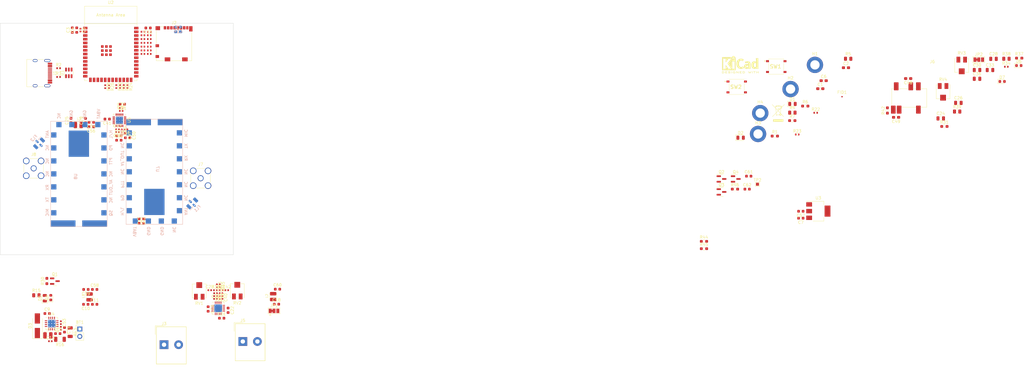
<source format=kicad_pcb>
(kicad_pcb (version 20211014) (generator pcbnew)
  (layers (0 "F.Cu" signal) (1 "In1.Cu" power) (2 "In2.Cu" power) (31 "B.Cu" signal) (34 "B.Paste" user) (35 "F.Paste" user) (36 "B.SilkS" user "B.Silkscreen") (37 "F.SilkS" user "F.Silkscreen") (38 "B.Mask" user) (39 "F.Mask" user) (44 "Edge.Cuts" user))
  (net 0 "")
  (net 1 "/ESP_EN")
  (net 2 "GND")
  (net 3 "/ESP_BOOT")
  (net 4 "+3V3")
  (net 5 "+5V")
  (net 6 "Net-(C24-Pad1)")
  (net 7 "Net-(BT1-Pad1)")
  (net 8 "Net-(C26-Pad1)")
  (net 9 "Net-(C6-Pad1)")
  (net 10 "Net-(C28-Pad1)")
  (net 11 "VBUS")
  (net 12 "/cc1")
  (net 13 "D+")
  (net 14 "D-")
  (net 16 "/cc2")
  (net 18 "/DATA_2")
  (net 19 "/DATA_3")
  (net 20 "/CMD")
  (net 21 "/CLK")
  (net 22 "/DATA_0")
  (net 23 "/DATA_1")
  (net 24 "/CARD_DETECT")
  (net 25 "GPIO_13")
  (net 26 "GPIO_42")
  (net 27 "GPIO_41")
  (net 28 "GPIO_1")
  (net 29 "GPIO_2")
  (net 30 "GPIO_43")
  (net 31 "GPIO_44")
  (net 32 "GPIO_40")
  (net 33 "GPIO_48")
  (net 34 "/RESET")
  (net 35 "GPIO_47")
  (net 36 "/Audio_Codec/MCLK")
  (net 37 "GPIO_14")
  (net 38 "/Audio_Codec/WCLK")
  (net 39 "GPIO_21")
  (net 40 "/Audio_Codec/BCLK")
  (net 41 "GPIO_11")
  (net 42 "/Audio_Codec/DOUT")
  (net 43 "GPIO_12")
  (net 44 "/Audio_Codec/DIN")
  (net 45 "PD1")
  (net 46 "PD2")
  (net 47 "/Audio_Codec/3V33")
  (net 48 "LINE_IN1")
  (net 50 "GPIO_4")
  (net 51 "GPIO_7")
  (net 52 "GPIO_15")
  (net 53 "GPIO_16")
  (net 54 "GPIO_17")
  (net 55 "GPIO_18")
  (net 56 "GPIO_8")
  (net 57 "GPIO_3")
  (net 58 "GPIO_46")
  (net 59 "GPIO_9")
  (net 60 "GPIO_10")
  (net 61 "GPIO_45")
  (net 62 "GPIO_35")
  (net 63 "GPIO_36")
  (net 64 "GPIO_37")
  (net 65 "GPIO_38")
  (net 66 "GPIO_39")
  (net 67 "AUDIO_ON1")
  (net 68 "PTT1")
  (net 69 "H{slash}L1")
  (net 70 "TX1")
  (net 71 "RX1")
  (net 72 "AUDIO_ON2")
  (net 73 "PTT2")
  (net 74 "H{slash}L2")
  (net 75 "TX2")
  (net 76 "RX2")
  (net 77 "SDA")
  (net 78 "SCL")
  (net 79 "/Audio_Codec/Jack_MIC_INPUT_1")
  (net 80 "LINE_IN2")
  (net 81 "Net-(C30-Pad1)")
  (net 82 "/Audio_Codec/MIC_INPUT_2")
  (net 83 "R_out1")
  (net 84 "Net-(C33-Pad2)")
  (net 85 "L_out1")
  (net 86 "Net-(C36-Pad2)")
  (net 87 "Net-(C48-Pad1)")
  (net 88 "Net-(C48-Pad2)")
  (net 89 "Net-(C49-Pad1)")
  (net 90 "Net-(C49-Pad2)")
  (net 91 "Net-(D1-Pad1)")
  (net 92 "Net-(D2-Pad1)")
  (net 93 "Net-(D3-Pad1)")
  (net 94 "Net-(D5-Pad1)")
  (net 95 "Net-(D6-Pad1)")
  (net 96 "Net-(D7-Pad1)")
  (net 97 "/Audio_Codec/ant1")
  (net 98 "/Audio_Codec/ant2")
  (net 99 "/Audio_Codec/ant3")
  (net 100 "/Audio_Codec/ant4")
  (net 101 "Net-(D4-Pad1)")
  (net 102 "Net-(D4-Pad2)")
  (net 104 "Net-(JP2-Pad2)")
  (net 105 "/CS")
  (net 106 "Tranceiver_Audio_OUT_1")
  (net 107 "Tranceiver_Audio_OUT_2")
  (net 108 "G0")
  (net 109 "G1")
  (net 112 "AMP_L")
  (net 113 "AMP_R")
  (net 120 "Tranceiver_Audio_IN_2")
  (net 127 "Tranceiver_Audio_IN_1")
  (net 128 "Net-(R16-Pad1)")
  (net 129 "Net-(C12-Pad1)")
  (net 130 "Net-(C23-Pad1)")
  (net 131 "Net-(C23-Pad2)")
  (net 132 "Net-(C27-Pad1)")
  (net 133 "Net-(C32-Pad1)")
  (net 134 "Net-(C41-Pad1)")
  (net 135 "Net-(C42-Pad2)")
  (net 136 "Net-(C46-Pad1)")
  (net 137 "Net-(C50-Pad1)")
  (net 139 "Net-(C53-Pad2)")
  (net 140 "/Audio_Codec/Power_amp_Vcc_intermediate")
  (net 141 "/Audio_Codec/Power_amp_Vcc")
  (net 142 "Net-(C35-Pad2)")
  (net 143 "Net-(C37-Pad2)")
  (net 144 "Net-(C38-Pad2)")
  (net 145 "Net-(C40-Pad2)")
  (net 146 "Net-(C42-Pad1)")
  (net 147 "Net-(C57-Pad1)")
  (net 148 "Net-(C58-Pad1)")
  (net 149 "Net-(Q2-Pad3)")
  (net 150 "Net-(U4-Pad11)")
  (net 151 "Net-(U6-Pad2)")
  (net 152 "Net-(U6-Pad5)")
  (net 153 "Net-(U6-Pad14)")
  (net 154 "Net-(U6-Pad11)")
  (footprint "Symbol:WEEE-Logo_4.2x6mm_SilkScreen" (layer "F.Cu") (at 338.992475 110.862233)
    (fp_text reference "FID3" hide)
    (fp_text value "Fiducial" hide)
  )
  (footprint "Capacitor_SMD:C_0603_1608Metric" (layer "F.Cu") (at 328.31 136.975)
    (fp_text reference "C62")
    (fp_text value "10u")
  )
  (footprint "Resistor_SMD:R_0402_1005Metric" (layer "F.Cu") (at 121.04 83 180)
    (fp_text reference "R10" hide)
    (fp_text value "10")
  )
  (footprint "Capacitor_SMD:C_0603_1608Metric_Pad1.08x0.95mm_HandSolder" (layer "F.Cu") (at 383.55 99.05 180)
    (fp_text reference "C48")
    (fp_text value "1u")
  )
  (footprint "Capacitor_SMD:C_0603_1608Metric" (layer "F.Cu") (at 143.4 178.1 -90)
    (fp_text reference "C19")
    (fp_text value "10u")
  )
  (footprint "LED_SMD:LED_0603_1608Metric" (layer "F.Cu") (at 415.79 100.05)
    (fp_text reference "D7")
    (fp_text value "red")
  )
  (footprint "Resistor_SMD:R_0402_1005Metric" (layer "F.Cu") (at 92.1 98.5)
    (fp_text reference "R3")
    (fp_text value "5k1")
  )
  (footprint "Resistor_SMD:R_0402_1005Metric" (layer "F.Cu") (at 147.85 171.65)
    (fp_text reference "R41")
    (fp_text value "2k2")
  )
  (footprint "Capacitor_SMD:C_0805_2012Metric" (layer "F.Cu") (at 412.82 92.29)
    (fp_text reference "C28")
    (fp_text value "22u")
  )
  (footprint "Package_TO_SOT_SMD:SOT-23" (layer "F.Cu") (at 319.51 137.945)
    (fp_text reference "Q3")
    (fp_text value "AO3401A")
  )
  (footprint "Capacitor_SMD:C_0402_1005Metric" (layer "F.Cu") (at 148.3 174.15 -90)
    (fp_text reference "C40")
    (fp_text value "1u")
  )
  (footprint "Jumper:SolderJumper-3_P1.3mm_Bridged12_Pad1.0x1.5mm" (layer "F.Cu") (at 166 178.75)
    (fp_text reference "JP1")
    (fp_text value "3p")
  )
  (footprint "Capacitor_SMD:C_0402_1005Metric" (layer "F.Cu") (at 89.275 189.15)
    (fp_text reference "C13")
    (fp_text value "1u")
  )
  (footprint "Capacitor_SMD:C_0603_1608Metric" (layer "F.Cu") (at 88.175 179.65)
    (fp_text reference "C9")
    (fp_text value "10u")
  )
  (footprint "Capacitor_SMD:C_0402_1005Metric" (layer "F.Cu") (at 92.875 184.7 90)
    (fp_text reference "C17")
    (fp_text value "1u")
  )
  (footprint "LED_SMD:LED_0603_1608Metric" (layer "F.Cu") (at 89.425 174.2 90)
    (fp_text reference "D4")
    (fp_text value "red")
  )
  (footprint "Package_TO_SOT_SMD:SOT-23" (layer "F.Cu") (at 324.4 133.495)
    (fp_text reference "Q4")
    (fp_text value "AO3401A")
  )
  (footprint "Capacitor_SMD:C_0603_1608Metric" (layer "F.Cu") (at 346.725 144.575 180)
    (fp_text reference "C57")
    (fp_text value "10u")
  )
  (footprint "Capacitor_SMD:C_0402_1005Metric" (layer "F.Cu") (at 115.225 116.5 180)
    (fp_text reference "C51")
    (fp_text value "1u")
  )
  (footprint "Resistor_SMD:R_0402_1005Metric" (layer "F.Cu") (at 145.9 171.65)
    (fp_text reference "R32")
    (fp_text value "2k2")
  )
  (footprint "Resistor_SMD:R_0402_1005Metric" (layer "F.Cu") (at 123.19 84.2)
    (fp_text reference "R19" hide)
    (fp_text value "10k")
  )
  (footprint "Capacitor_SMD:C_0603_1608Metric" (layer "F.Cu") (at 104.475 176.5)
    (fp_text reference "C11")
    (fp_text value "10u")
  )
  (footprint "Capacitor_SMD:C_0805_2012Metric" (layer "F.Cu") (at 394.72 112.72)
    (fp_text reference "C24")
    (fp_text value "22u")
  )
  (footprint "Resistor_SMD:R_0402_1005Metric" (layer "F.Cu") (at 111.9 101.8 -90)
    (fp_text reference "R29")
    (fp_text value "27")
  )
  (footprint "Capacitor_SMD:C_0402_1005Metric" (layer "F.Cu") (at 145.95 172.7 180)
    (fp_text reference "C27")
    (fp_text value "4n7")
  )
  (footprint "Capacitor_SMD:C_0603_1608Metric" (layer "F.Cu") (at 96.35 113.475 90)
    (fp_text reference "C25")
    (fp_text value "10u")
  )
  (footprint "Resistor_SMD:R_0805_2012Metric" (layer "F.Cu") (at 362.96 92.26)
    (fp_text reference "R5")
    (fp_text value "1k")
  )
  (footprint "Capacitor_SMD:C_0603_1608Metric_Pad1.08x0.95mm_HandSolder" (layer "F.Cu") (at 103.275 115.6 180)
    (fp_text reference "C56")
    (fp_text value "1u")
  )
  (footprint "Capacitor_SMD:C_0603_1608Metric_Pad1.08x0.95mm_HandSolder" (layer "F.Cu") (at 120.5 147.175 180)
    (fp_text reference "C55")
    (fp_text value "1u")
  )
  (footprint "Connector_USB:USB_C_Receptacle_HRO_TYPE-C-31-M-12" (layer "F.Cu") (at 85.1 97.2 -90)
    (fp_text reference "J1")
    (fp_text value "USB_C_Receptacle")
  )
  (footprint "Capacitor_SMD:C_0603_1608Metric" (layer "F.Cu") (at 94.125 185.25 -90)
    (fp_text reference "C16")
    (fp_text value "10u")
  )
  (footprint "Resistor_SMD:R_0402_1005Metric" (layer "F.Cu") (at 123.21 89.4)
    (fp_text reference "R17" hide)
    (fp_text value "10k")
  )
  (footprint "Capacitor_SMD:C_0402_1005Metric" (layer "F.Cu") (at 92.875 182.8 -90)
    (fp_text reference "C53")
    (fp_text value "1u")
  )
  (footprint "Capacitor_SMD:C_0402_1005Metric" (layer "F.Cu") (at 113.575 109.15)
    (fp_text reference "C20")
    (fp_text value "1u")
  )
  (footprint "LED_SMD:LED_0805_2012Metric" (layer "F.Cu") (at 343.86 107.755)
    (fp_text reference "D1")
    (fp_text value "green")
  )
  (footprint "TestPoint:TestPoint_Pad_1.0x1.0mm" (layer "F.Cu") (at 331.84 135.305)
    (fp_text reference "TP2")
    (fp_text value "TestPoint")
  )
  (footprint "Resistor_SMD:R_0603_1608Metric_Pad0.98x0.95mm_HandSolder" (layer "F.Cu") (at 337.8 118.78)
    (fp_text reference "R1")
    (fp_text value "10k")
  )
  (footprint "Capacitor_SMD:C_0402_1005Metric" (layer "F.Cu") (at 99.6 82.425 -90)
    (fp_text reference "C5")
    (fp_text value "1u")
  )
  (footprint "Capacitor_SMD:C_0603_1608Metric" (layer "F.Cu") (at 108.775 112.95 180)
    (fp_text reference "C41")
    (fp_text value "10u")
  )
  (footprint "Resistor_SMD:R_0402_1005Metric" (layer "F.Cu") (at 123.2 83)
    (fp_text reference "R18" hide)
    (fp_text value "10k")
  )
  (footprint "Resistor_SMD:R_0402_1005Metric" (layer "F.Cu") (at 351.83 110.79)
    (fp_text reference "R22")
    (fp_text value "5k1")
  )
  (footprint "Capacitor_SMD:C_0805_2012Metric" (layer "F.Cu") (at 407.17 99.13)
    (fp_text reference "C36")
    (fp_text value "22u")
  )
  (footprint "Capacitor_SMD:C_0402_1005Metric" (layer "F.Cu") (at 145.45 174.15 -90)
    (fp_text reference "C37")
    (fp_text value "1u")
  )
  (footprint "Capacitor_SMD:C_0402_1005Metric" (layer "F.Cu") (at 113.575 110.15)
    (fp_text reference "C34")
    (fp_text value "1u")
  )
  (footprint "Resistor_SMD:R_0603_1608Metric_Pad0.98x0.95mm_HandSolder" (layer "F.Cu") (at 376.425 110 90)
    (fp_text reference "R42")
    (fp_text value "10k")
  )
  (footprint "LED_SMD:LED_0805_2012Metric" (layer "F.Cu") (at 87.375 174.4 90)
    (fp_text reference "D5")
    (fp_text value "green")
  )
  (footprint "Potentiometer_SMD:Potentiometer_Bourns_3314J_Vertical" (layer "F.Cu") (at 153.4 171.8 180)
    (fp_text reference "RV2")
    (fp_text value "10k")
  )
  (footprint "Resistor_SMD:R_0402_1005Metric" (layer "F.Cu") (at 417.22 94.99)
    (fp_text reference "R34")
    (fp_text value "2k2")
  )
  (footprint "TerminalBlock_Altech:Altech_AK300_1x02_P5.00mm_45-Degree" (layer "F.Cu") (at 155.3 189.25)
    (fp_text reference "J5")
    (fp_text value "Screw_Terminal_01x02")
  )
  (footprint "Resistor_SMD:R_0402_1005Metric" (layer "F.Cu") (at 123.2 88.1)
    (fp_text reference "R14" hide)
    (fp_text value "10k")
  )
  (footprint "Z_mycustom_footprint_lib:Inductor_2.5x2x1.2mm" (layer "F.Cu") (at 102.725 173.95 90)
    (fp_text reference "L1")
    (fp_text value "4u7")
  )
  (footprint "SamacSys_Parts:PTS526SK15SMTR2LFS" (layer "F.Cu") (at 338.295 94.935)
    (fp_text reference "SW1")
    (fp_text value "MCU_RESET" hide)
  )
  (footprint "Resistor_SMD:R_0402_1005Metric" (layer "F.Cu") (at 146.4 170.15 -90)
    (fp_text reference "R33")
    (fp_text value "2k2")
  )
  (footprint "Capacitor_SMD:C_0603_1608Metric" (layer "F.Cu") (at 112.775 118.7)
    (fp_text reference "C39")
    (fp_text value "10u")
  )
  (footprint "Diode_SMD:D_SMA_Handsoldering" (layer "F.Cu") (at 84.825 183.85 90)
    (fp_text reference "D3")
    (fp_text value "D_Schottky")
  )
  (footprint "Resistor_SMD:R_0402_1005Metric" (layer "F.Cu") (at 123.2 86.8)
    (fp_text reference "R36" hide)
    (fp_text value "10k")
  )
  (footprint "Capacitor_SMD:C_0603_1608Metric" (layer "F.Cu") (at 150.25 178.55 -90)
    (fp_text reference "C22")
    (fp_text value "10u")
  )
  (footprint "Potentiometer_SMD:Potentiometer_Bourns_3314J_Vertical" (layer "F.Cu") (at 401.92 94.56)
    (fp_text reference "RV3")
    (fp_text value "10k")
  )
  (footprint "Capacitor_SMD:C_0603_1608Metric" (layer "F.Cu") (at 112.775 120.2)
    (fp_text reference "C44")
    (fp_text value "10u")
  )
  (footprint "Resistor_SMD:R_0603_1608Metric_Pad0.98x0.95mm_HandSolder" (layer "F.Cu") (at 88.075 168.5 90)
    (fp_text reference "R30")
    (fp_text value "10k")
  )
  (footprint "Resistor_SMD:R_0402_1005Metric" (layer "F.Cu") (at 121.04 86.8 180)
    (fp_text reference "R13" hide)
    (fp_text value "10")
  )
  (footprint "MountingHole:MountingHole_3.2mm_M3_DIN965_Pad_TopBottom" (layer "F.Cu") (at 332.05 118.06)
    (fp_text reference "H3")
    (fp_text value "hole")
  )
  (footprint "MountingHole:MountingHole_3.2mm_M3_DIN965_Pad_TopBottom" (layer "F.Cu") (at 332.8 110.91)
    (fp_text reference "H4")
    (fp_text value "hole")
  )
  (footprint "Potentiometer_SMD:Potentiometer_Bourns_3314J_Vertical" (layer "F.Cu") (at 395.52 103.61)
    (fp_text reference "RV4")
    (fp_text value "10k")
  )
  (footprint "Package_TO_SOT_SMD:SOT-23" (layer "F.Cu") (at 319.51 133.495)
    (fp_text reference "Q2")
    (fp_text value "AO3401A")
  )
  (footprint "Capacitor_SMD:C_0603_1608Metric_Pad1.08x0.95mm_HandSolder" (layer "F.Cu") (at 354.56 99.78)
    (fp_text reference "C6")
    (fp_text value "15p")
  )
  (footprint "Capacitor_SMD:C_0603_1608Metric" (layer "F.Cu") (at 346.725 146.95 180)
    (fp_text reference "C7")
    (fp_text value "10u")
  )
  (footprint "Capacitor_SMD:C_0603_1608Metric_Pad1.08x0.95mm_HandSolder" (layer "F.Cu") (at 362.21 95.33)
    (fp_text reference "C2")
    (fp_text value "100n")
  )
  (footprint "Capacitor_SMD:C_0402_1005Metric" (layer "F.Cu") (at 147.83 172.7)
    (fp_text reference "C32")
    (fp_text value "4n7")
  )
  (footprint "Resistor_SMD:R_0402_1005Metric" (layer "F.Cu") (at 121.04 85.5 180)
    (fp_text reference "R12" hide)
    (fp_text value "10")
  )
  (footprint "Capacitor_SMD:C_0603_1608Metric" (layer "F.Cu") (at 91.825 186.55)
    (fp_text reference "C12")
    (fp_text value "10u")
  )
  (footprint "Resistor_SMD:R_0402_1005Metric" (layer "F.Cu") (at 114.45 101.8 -90)
    (fp_text reference "R25")
    (fp_text value "10")
  )
  (footprint "Resistor_SMD:R_0402_1005Metric" (layer "F.Cu") (at 121.04 88.1 180)
    (fp_text reference "R8" hide)
    (fp_text value "10")
  )
  (footprint "Capacitor_SMD:C_0603_1608Metric" (layer "F.Cu") (at 101.475 171.4 180)
    (fp_text reference "C59")
    (fp_text value "10u")
  )
  (footprint "Capacitor_SMD:C_0603_1608Metric" (layer "F.Cu") (at 101.425 176.5 180)
    (fp_text reference "C10")
    (fp_text value "10u")
  )
  (footprint "Capacitor_SMD:C_0603_1608Metric" (layer "F.Cu") (at 122.8 81.7 180)
    (fp_text reference "C15")
    (fp_text value "10u")
  )
  (footprint "Resistor_SMD:R_0402_1005Metric" (layer "F.Cu") (at 108.1 101.835 -90)
    (fp_text reference "R28")
    (fp_text value "27")
  )
  (footprint "Package_DFN_QFN:QFN-16-1EP_4x4mm_P0.65mm_EP2.5x2.5mm_ThermalVias" (layer "F.Cu") (at 89.725 183.1)
    (fp_text reference "U4")
    (fp_text value "TP5000")
  )
  (footprint "Capacitor_SMD:C_0603_1608Metric" (layer "F.Cu") (at 104.475 171.4)
    (fp_text reference "C58")
    (fp_text value "10u")
  )
  (footprint "Z_mycustom_footprint_lib:Inductor_2.5x2x1.2mm" (layer "F.Cu") (at 98.85 114.975)
    (fp_text reference "L3")
    (fp_text value "4u7")
  )
  (footprint "Resistor_SMD:R_0402_1005Metric" (layer "F.Cu") (at 121.04 89.4 180)
    (fp_text reference "R9" hide)
    (fp_text value "10")
  )
  (footprint "Z_mycustom_footprint_lib:Inductor_2.5x2x1.2mm" (layer "F.Cu") (at 88.425 187.15)
    (fp_text reference "L4")
    (fp_text value "4u7")
  )
  (footprint "Capacitor_SMD:C_0603_1608Metric" (layer "F.Cu") (at 120.475 148.725)
    (fp_text reference "C52")
    (fp_text value "10u")
  )
  (footprint "Capacitor_SMD:C_0402_1005Metric" (layer "F.Cu") (at 149.8 171.65)
    (fp_text reference "C42")
    (fp_text value "1u")
  )
  (footprint "Capacitor_SMD:C_0603_1608Metric" (layer "F.Cu") (at 96.8 82.425 90)
    (fp_text reference "C3")
    (fp_text value "10u")
  )
  (footprint "Capacitor_SMD:C_0603_1608Metric" (layer "F.Cu") (at 148.05 181.25)
    (fp_text reference "C21")
    (fp_text value "10u")
  )
  (footprint "Capacitor_SMD:C_0603_1608Metric" (layer "F.Cu") (at 167.2 171.3)
    (fp_text reference "C60")
    (fp_text value "10u")
  )
  (footprint "SamacSys_Parts:PTS526SK15SMTR2LFS" (layer "F.Cu") (at 324.725 101.925)
    (fp_text reference "SW2")
    (fp_text value "MCU_RESET" hide)
  )
  (footprint "Z_mycustom_footprint_lib:PJ-316A-6A" (layer "F.Cu") (at 377.945 105.71)
    (fp_text reference "J6")
    (fp_text value "AudioJack4_SwitchTR1")
  )
  (footprint "Capacitor_SMD:C_0603_1608Metric" (layer "F.Cu") (at 115.025 118.6 -90)
    (fp_text reference "C47")
    (fp_text value "10u")
  )
  (footprint "Resistor_SMD:R_0603_1608Metric_Pad0.98x0.95mm_HandSolder" (layer "F.Cu") (at 313.5 157.41)
    (fp_text reference "R45")
    (fp_text value "10k")
  )
  (footprint "Connector_Card:microSD_HC_Molex_104031-0811" (layer "F.Cu") (at 131.7 87.0875)
    (fp_text reference "J2")
    (fp_text value "Micro_SD_Card_Det")
  )
  (footprint "Capacitor_SMD:C_0805_2012Metric" (layer "F.Cu") (at 411.62 96.12)
    (fp_text reference "C33")
    (fp_text value "22u")
  )
  (footprint "Capacitor_SMD:C_0402_1005Metric" (layer "F.Cu") (at 113.775 117 -90)
    (fp_text reference "C46")
    (fp_text value "1u")
  )
  (footprint "Resistor_SMD:R_0402_1005Metric" (layer "F.Cu") (at 345.48 118.24)
    (fp_text reference "R23")
    (fp_text value "5k1")
  )
  (footprint "Capacitor_SMD:C_0603_1608Metric" (layer "F.Cu") (at 116.575 118.6 -90)
    (fp_text reference "C50")
    (fp_text value "10u")
  )
  (footprint "Resistor_SMD:R_0603_1608Metric_Pad0.98x0.95mm_HandSolder" (layer "F.Cu") (at 348.24 108.49)
    (fp_text reference "R6")
    (fp_text value "10k")
  )
  (footprint "Resistor_SMD:R_0402_1005Metric" (layer "F.Cu") (at 92.1 95.5)
    (fp_text reference "R2")
    (fp_text value "5k1")
  )
  (footprint "MountingHole:MountingHole_3.2mm_M3_DIN965_Pad_TopBottom" (layer "F.Cu") (at 343.2 102.66)
    (fp_text reference "H2")
    (fp_text value "hole")
  )
  (footprint "Resistor_SMD:R_1206_3216Metric" (layer "F.Cu") (at 92.575 188.5 180)
    (fp_text reference "R16")
    (fp_text value "0R1")
  )
  (footprint "Resistor_SMD:R_0402_1005Metric" (layer "F.Cu") (at 121.04 84.2 180)
    (fp_text reference "R11" hide)
    (fp_text value "10")
  )
  (footprint "Capacitor_SMD:C_0805_2012Metric" (layer "F.Cu") (at 400.77 107.39)
    (fp_text reference "C26")
    (fp_text value "22u")
  )
  (footprint "Package_DFN_QFN:QFN-28-1EP_4x4mm_P0.4mm_EP2.4x2.4mm_ThermalVias" (layer "F.Cu") (at 112.975 113.35 -90)
    (fp_text reference "U5")
    (fp_text value "ES8388")
  )
  (footprint "Z_mycustom_footprint_lib:Inductor_2.5x2x1.2mm" (layer "F.Cu") (at 165.7 173.85 90)
    (fp_text reference "L2")
    (fp_text value "4u7")
  )
  (footprint "Resistor_SMD:R_1206_3216Metric" (layer "F.Cu") (at 96.075 186.05 -90)
    (fp_text reference "R43")
    (fp_text value "0R1")
  )
  (footprint "Capacitor_SMD:C_0603_1608Metric" (layer "F.Cu") (at 98.325 82.425 90)
    (fp_text reference "C4")
    (fp_text value "10u")
  )
  (footprint "Capacitor_SMD:C_0402_1005Metric" (layer "F.Cu") (at 143.95 171.65)
    (fp_text reference "C23")
    (fp_text value "1u")
  )
  (footprint "Resistor_SMD:R_0603_1608Metric_Pad0.98x0.95mm_HandSolder" (layer "F.Cu") (at 313.5 154.9)
    (fp_text reference "R44")
    (fp_text value "10k")
  )
  (footprint "Connector_Coaxial:SMA_Amphenol_901-144_Vertical" (layer "F.Cu") (at 140.825 133.25)
    (fp_text reference "J7")
    (fp_text value "SMA")
  )
  (footprint "Capacitor_SMD:C_0603_1608Metric" (layer "F.Cu") (at 328.85 132.525)
    (fp_text reference "C61")
    (fp_text value "10u")
  )
  (footprint "Resistor_SMD:R_0603_1608Metric_Pad0.98x0.95mm_HandSolder" (layer "F.Cu") (at 395.97 115.48)
    (fp_text reference "R31")
    (fp_text value "10k")
  )
  (footprint "Resistor_SMD:R_0402_1005Metric" (layer "F.Cu") (at 123.2 90.6)
    (fp_text reference "R40" hide)
    (fp_text value "10k")
  )
  (footprint "Capacitor_SMD:C_0603_1608Metric" (layer "F.Cu") (at 103.325 114.05 180)
    (fp_text reference "C54")
    (fp_text value "10u")
  )
  (footprint "Connector_Coaxial:SMA_Amphenol_901-144_Vertical" (layer "F.Cu") (at 83.55 129.85)
    (fp_text reference "J8")
    (fp_text value "SMA")
  )
  (footprint "Resistor_SMD:R_0805_2012Metric" (layer "F.Cu") (at 400.35 110.37)
    (fp_text reference "R39")
    (fp_text value "1k")
  )
  (footprint "Jumper:SolderJumper-3_P1.3mm_Bridged12_Pad1.0x1.5mm" (layer "F.Cu") (at 407.77 92.56)
    (fp_text reference "JP2")
    (fp_text value "3p")
  )
  (footprint "Resistor_SMD:R_0402_1005Metric" (layer "F.Cu") (at 147.4 170.16 -90)
    (fp_text reference "R35")
    (fp_text value "2k2")
  )
  (footprint "Resistor_SMD:R_0603_1608Metric_Pad0.98x0.95mm_HandSolder" (layer "F.Cu") (at 324.13 136.975)
    (fp_text reference "R46")
    (fp_text value "10k")
  )
  (footprint "Symbol:KiCad-Logo2_5mm_SilkScreen" (layer "F.Cu") (at 325.95687 94.267424)
    (fp_text reference "FID2" hide)
    (fp_text value "Fiducial" hide)
  )
  (footprint "Capacitor_SMD:C_0402_1005Metric" (layer "F.Cu") (at 112.325 116.5)
    (fp_text reference "C43")
    (fp_text value "1u")
  )
  (footprint "Resistor_SMD:R_0805_2012Metric" (layer "F.Cu") (at 343.82 110.75)
    (fp_text reference "R4")
    (fp_text value "1k")
  )
  (footprint "Potentiometer_SMD:Potentiometer_Bourns_3314J_Vertical" (layer "F.Cu") (at 140.35 171.9 180)
    (fp_text reference "RV1")
    (fp_text value "10k")
  )
  (footprint "Capacitor_SMD:C_0402_1005Metric" (layer "F.Cu") (at 112.325 117.45 180)
    (fp_text reference "C45")
    (fp_text value "1u")
  )
  (footprint "Resistor_SMD:R_0402_1005Metric" (layer "F.Cu") (at 115.7 101.8 -90)
    (fp_text reference "R24")
    (fp_text value "27")
  )
  (footprint "Capacitor_SMD:C_0402_1005Metric" (layer "F.Cu") (at 147.35 174.15 -90)
    (fp_text reference "C38")
    (fp_text value "1u")
  )
  (footprint "Espressif:ESP32-S3-WROOM-1" (layer "F.Cu") (at 110 90)
    (fp_text reference "U2")
    (fp_text value "ESP32-S3-WROOM-1")
  )
  (footprint "Resistor_SMD:R_0603_1608Metric_Pad0.98x0.95mm_HandSolder" (layer "F.Cu") (at 343.79 113.48)
    (fp_text reference "R7")
    (fp_text value "1Meg")
  )
  (footprint "Capacitor_SMD:C_0603_1608Metric_Pad1.08x0.95mm_HandSolder" (layer "F.Cu") (at 353.4 102.53)
    (fp_text reference "C1")
    (fp_text value "100n")
  )
  (footprint "Capacitor_SMD:C_0402_1005Metric" (layer "F.Cu") (at 146.4 174.15 -90)
    (fp_text reference "C35")
    (fp_text value "1u")
  )
  (footprint "Capacitor_SMD:C_0603_1608Metric_Pad1.08x0.95mm_HandSolder" (layer "F.Cu") (at 379.4 112.35 180)
    (fp_text reference "C49")
    (fp_text value "1u")
  )
  (footprint "Package_TO_SOT_SMD:SOT-23" (layer "F.Cu") (at 90.825 168.55)
    (fp_text reference "Q1")
    (fp_text value "nMOS")
  )
  (footprint "Package_TO_SOT_SMD:SOT-223-3_TabPin2" (layer "F.Cu") (at 352.725 144.525)
    (fp_text reference "U3")
    (fp_text value "AMS1117-3.3")
  )
  (footprint "Capacitor_SMD:C_0603_1608Metric" (layer "F.Cu") (at 166.85 176.45)
    (fp_text reference "C18")
    (fp_text value "10u")
  )
  (footprint "Resistor_SMD:R_0402_1005Metric" (layer "F.Cu") (at 113.175 101.8 -90)
    (fp_text reference "R27")
    (fp_text value "27")
  )
  (footprint "Fiducial:Fiducial_0.5mm_Mask1mm" (layer "F.Cu") (at 360.86 105.27)
    (fp_text reference "FID1")
    (fp_text value "Fiducial")
  )
  (footprint "Capacitor_SMD:C_0603_1608Metric" (layer "F.Cu") (at 101.35 113.5 90)
    (fp_text reference "C29")
    (fp_text value "10u")
  )
  (footprint "Resistor_SMD:R_0805_2012Metric" (layer "F.Cu") (at 84.475 173.4)
    (fp_text reference "R15")
    (fp_text value "1k")
  )
  (footprint "LED_SMD:LED_0805_2012Metric" (layer "F.Cu") (at 326.07 119.345)
    (fp_text reference "D2")
    (fp_text value "green")
  )
  (footprint "Capacitor_SMD:C_0805_2012Metric" (layer "F.Cu") (at 407.17 96.12)
    (fp_text reference "C30")
    (fp_text value "22u")
  )
  (footprint "TerminalBlock_Altech:Altech_AK300_1x02_P5.00mm_45-Degree" (layer "F.Cu") (at 128.275 190.35)
    (fp_text reference "J3")
    (fp_text value "Screw_Terminal_01x02")
  )
  (footprint "Resistor_SMD:R_0402_1005Metric" (layer "F.Cu") (at 121.04 90.6 180)
    (fp_text reference "R21" hide)
    (fp_text value "10")
  )
  (footprint "Resistor_SMD:R_0402_1005Metric" (layer "F.Cu") (at 109.375 101.85 -90)
    (fp_text reference "R26")
    (fp_text value "27")
  )
  (footprint "Connector_PinHeader_2.54mm:PinHeader_1x02_P2.54mm_Vertical" (layer "F.Cu") (at 99.375 184.975)
    (fp_text reference "BT1")
    (fp_text value "Battery_Cell")
  )
  (footprint "LED_SMD:LED_0603_1608Metric" (layer "F.Cu") (at 421.5 94.59)
    (fp_text reference "D6")
    (fp_text value "red")
  )
  (footprint "Capacitor_SMD:C_0603_1608Metric" (layer "F.Cu") (at 113.975 107.85 180)
    (fp_text reference "C31")
    (fp_text value "10u")
  )
  (footprint "MountingHole:MountingHole_3.2mm_M3_DIN965_Pad_TopBottom" (layer "F.Cu") (at 351.57 94.36)
    (fp_text reference "H1")
    (fp_text value "hole")
  )
  (footprint "Resistor_SMD:R_0805_2012Metric" (layer "F.Cu") (at 417.25 92.26)
    (fp_text reference "R38")
    (fp_text value "1k")
  )
  (footprint "Resistor_SMD:R_0402_1005Metric" (layer "F.Cu") (at 123.21 85.5)
    (fp_text reference "R20" hide)
    (fp_text value "10k")
  )
  (footprint "Package_TO_SOT_SMD:SOT-23-6" (layer "F.Cu") (at 95.6 97.1 90)
    (fp_text reference "U1")
    (fp_text value "SRV05-4")
  )
  (footprint "Resistor_SMD:R_0603_1608Metric_Pad0.98x0.95mm_HandSolder" (layer "F.Cu") (at 421.63 92.04)
    (fp_text reference "R37")
    (fp_text value "10k")
  )
  (footprint "Package_DFN_QFN:QFN-20-1EP_4x4mm_P0.5mm_EP2.6x2.6mm_ThermalVias" (layer "F.Cu") (at 146.85 177.85)
    (fp_text reference "U6")
    (fp_text value "TPA2012D2")
  )
  (footprint "Z_mycustom_footprint_lib:SA818S" (layer "B.Cu") (at 124.95 130.975 90)
    (fp_text reference "U7")
    (fp_text value "SA818S")
  )
  (footprint "Capacitor_SMD:C_0603_1608Metric" (layer "B.Cu") (at 133.1 81.4)
    (fp_text reference "C14")
    (fp_text value "10u")
  )
  (footprint "Filter:Filter_Mini-Circuits_FV1206" (layer "B.Cu") (at 85.4 121.3 -135)
    (fp_text reference "FL2")
    (fp_text value "LFCN-160")
  )
  (footprint "Capacitor_SMD:C_0603_1608Metric_Pad1.08x0.95mm_HandSolder" (layer "B.Cu") (at 133.1 83 180)
    (fp_text reference "C8")
    (fp_text value "1u")
  )
  (footprint "Z_mycustom_footprint_lib:SA818S" (layer "B.Cu") (at 99.05 131.8 -90)
    (fp_text reference "U8")
    (fp_text value "SA818S")
  )
  (footprint "Filter:Filter_Mini-Circuits_FV1206" (layer "B.Cu") (at 137.95 141.875 45)
    (fp_text reference "FL1")
    (fp_text value "LFCN-160")
  )
  (gr_rect (start 72.05 80.075) (end 152.05 159.475) (layer "Edge.Cuts") (width 0.1) (fill none))
)
</source>
